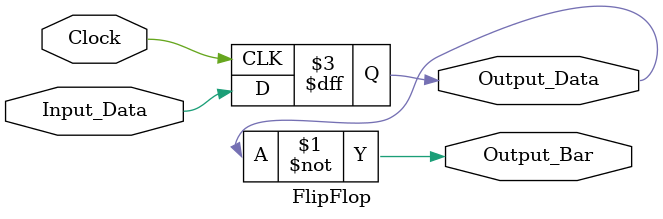
<source format=v>
module FlipFlop(Clock,Input_Data,Output_Data,Output_Bar);
	input Clock, Input_Data;
	output reg Output_Data;
	output Output_Bar;
	assign Output_Bar= ~ Output_Data;
	always @(posedge Clock)
	    Output_Data=Input_Data;
endmodule
</source>
